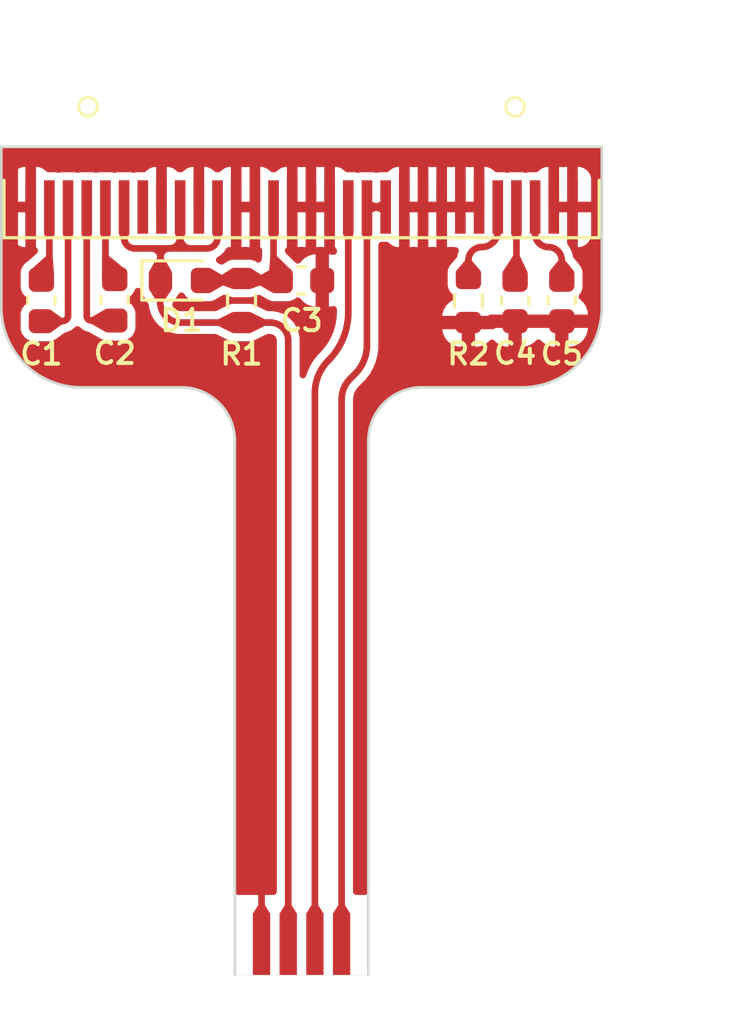
<source format=kicad_pcb>
(kicad_pcb (version 20221018) (generator pcbnew)
  (layers (0 "F.Cu" signal) (31 "B.Cu" signal) (34 "B.Paste" user) (35 "F.Paste" user) (36 "B.SilkS" user "B.Silkscreen") (37 "F.SilkS" user "F.Silkscreen") (38 "B.Mask" user) (39 "F.Mask" user) (44 "Edge.Cuts" user))
  (net 0 "")
  (net 1 "Net-(J1-Pin_3)")
  (net 2 "Net-(J1-Pin_2)")
  (net 3 "Net-(J1-Pin_5)")
  (net 4 "Net-(J1-Pin_4)")
  (net 5 "GND")
  (net 6 "Net-(D1-A)")
  (net 7 "Net-(J1-Pin_27)")
  (net 8 "Net-(J1-Pin_28)")
  (net 9 "+3.3V")
  (net 11 "/SCL")
  (net 12 "/SDA")
  (net 13 "Net-(J1-Pin_26)")
  (footprint "Connector_FFC-FPC_Edge:FFC-FPC_1mm_1x04" (layer "F.Cu") (at 80 73.75)
    (fp_text reference "J2" hide)
    (fp_text value "Conn_01x04_Pin")
    (fp_line (start -2.5 0) (end -2.5 -2.3) (stroke (width 0.01)) (layer "Edge.Cuts"))
    (fp_line (start -2.5 0) (end 2.5 0) (stroke (width 0.01)) (layer "Edge.Cuts"))
    (fp_line (start 2.5 0) (end 2.5 -2.3) (stroke (width 0.01)) (layer "Edge.Cuts"))
    (pad "1" smd rect (at -1.5 -1.15) (size 0.65 2.3) (layers "F.Cu" "F.Paste" "F.Mask") (net 5 "GND"))
    (pad "2" smd roundrect (at -0.5 -1.15) (size 0.65 2.3) (layers "F.Cu" "F.Paste" "F.Mask") (roundrect_rratio 0) (net 9 "+3.3V"))
    (pad "3" smd roundrect (at 0.5 -1.15) (size 0.65 2.3) (layers "F.Cu" "F.Paste" "F.Mask") (roundrect_rratio 0) (net 11 "/SCL"))
    (pad "4" smd roundrect (at 1.5 -1.15) (size 0.65 2.3) (layers "F.Cu" "F.Paste" "F.Mask") (roundrect_rratio 0) (net 12 "/SDA"))
  )
  (footprint "Capacitor_SMD:C_0603_1608Metric" (layer "F.Cu") (at 73 48.475 -90)
    (fp_text reference "C2" (at 2 0 180) (layer "F.SilkS") (effects (font (size 0.8 0.8))))
    (fp_text value "1u" hide)
    (fp_line (start -0.14058 -0.51) (end 0.14058 -0.51) (stroke (width 0.12)) (layer "F.SilkS"))
    (fp_line (start -0.14058 0.51) (end 0.14058 0.51) (stroke (width 0.12)) (layer "F.SilkS"))
    (pad "1" smd roundrect (at -0.775 0 270) (size 0.9 0.95) (layers "F.Cu" "F.Paste" "F.Mask") (net 3 "Net-(J1-Pin_5)"))
    (pad "2" smd roundrect (at 0.775 0 270) (size 0.9 0.95) (layers "F.Cu" "F.Paste" "F.Mask") (net 4 "Net-(J1-Pin_4)"))
  )
  (footprint "Resistor_SMD:R_0603_1608Metric" (layer "F.Cu") (at 77.75 48.5 -90)
    (fp_text reference "R1" (at 2 0 180) (layer "F.SilkS") (effects (font (size 0.8 0.8))))
    (fp_text value "4.7k" hide)
    (fp_line (start -0.237258 -0.5225) (end 0.237258 -0.5225) (stroke (width 0.12)) (layer "F.SilkS"))
    (fp_line (start -0.237258 0.5225) (end 0.237258 0.5225) (stroke (width 0.12)) (layer "F.SilkS"))
    (pad "1" smd roundrect (at -0.825 0 270) (size 0.8 0.95) (layers "F.Cu" "F.Paste" "F.Mask") (net 6 "Net-(D1-A)"))
    (pad "2" smd roundrect (at 0.825 0 270) (size 0.8 0.95) (layers "F.Cu" "F.Paste" "F.Mask") (net 9 "+3.3V"))
  )
  (footprint "Display:OLED-128O064D" (layer "F.Cu") (at 80 45)
    (fp_text reference "J1" hide)
    (fp_text value "Conn_01x30_Socket")
    (fp_line (start -11.15 -1) (end -11.15 1.15) (stroke (width 0.12)) (layer "F.SilkS"))
    (fp_line (start -11.15 1.15) (end 11.15 1.15) (stroke (width 0.12)) (layer "F.SilkS"))
    (fp_line (start 11.15 1.15) (end 11.15 -1) (stroke (width 0.12)) (layer "F.SilkS"))
    (fp_circle (center -8 -3.75) (end -7.65 -3.75) (stroke (width 0.1)) (fill none) (layer "F.SilkS"))
    (fp_circle (center 8 -3.75) (end 8.35 -3.75) (stroke (width 0.1)) (fill none) (layer "F.SilkS"))
    (pad "1" smd rect (at -10.15 0) (size 0.4 2) (layers "F.Cu" "F.Paste" "F.Mask") (net 5 "GND"))
    (pad "2" smd rect (at -9.45 0) (size 0.4 2) (layers "F.Cu" "F.Paste" "F.Mask") (net 2 "Net-(J1-Pin_2)"))
    (pad "3" smd rect (at -8.75 0) (size 0.4 2) (layers "F.Cu" "F.Paste" "F.Mask") (net 1 "Net-(J1-Pin_3)"))
    (pad "4" smd rect (at -8.05 0) (size 0.4 2) (layers "F.Cu" "F.Paste" "F.Mask") (net 4 "Net-(J1-Pin_4)"))
    (pad "5" smd rect (at -7.35 0) (size 0.4 2) (layers "F.Cu" "F.Paste" "F.Mask") (net 3 "Net-(J1-Pin_5)"))
    (pad "6" smd rect (at -6.65 0) (size 0.4 2) (layers "F.Cu" "F.Paste" "F.Mask") (net 9 "+3.3V"))
    (pad "7" smd rect (at -5.95 0) (size 0.4 2) (layers "F.Cu" "F.Paste" "F.Mask"))
    (pad "8" smd rect (at -5.25 0) (size 0.4 2) (layers "F.Cu" "F.Paste" "F.Mask") (net 5 "GND"))
    (pad "9" smd rect (at -4.55 0) (size 0.4 2) (layers "F.Cu" "F.Paste" "F.Mask") (net 9 "+3.3V"))
    (pad "10" smd rect (at -3.85 0) (size 0.4 2) (layers "F.Cu" "F.Paste" "F.Mask") (net 5 "GND"))
    (pad "11" smd rect (at -3.15 0) (size 0.4 2) (layers "F.Cu" "F.Paste" "F.Mask") (net 9 "+3.3V"))
    (pad "12" smd rect (at -2.45 0) (size 0.4 2) (layers "F.Cu" "F.Paste" "F.Mask") (net 5 "GND"))
    (pad "13" smd rect (at -1.75 0) (size 0.4 2) (layers "F.Cu" "F.Paste" "F.Mask") (net 5 "GND"))
    (pad "14" smd rect (at -1.05 0) (size 0.4 2) (layers "F.Cu" "F.Paste" "F.Mask") (net 6 "Net-(D1-A)"))
    (pad "15" smd rect (at -0.35 0) (size 0.4 2) (layers "F.Cu" "F.Paste" "F.Mask") (net 5 "GND"))
    (pad "16" smd rect (at 0.35 0) (size 0.4 2) (layers "F.Cu" "F.Paste" "F.Mask") (net 5 "GND"))
    (pad "17" smd rect (at 1.05 0) (size 0.4 2) (layers "F.Cu" "F.Paste" "F.Mask") (net 5 "GND"))
    (pad "18" smd rect (at 1.75 0) (size 0.4 2) (layers "F.Cu" "F.Paste" "F.Mask") (net 11 "/SCL"))
    (pad "19" smd rect (at 2.45 0) (size 0.4 2) (layers "F.Cu" "F.Paste" "F.Mask") (net 12 "/SDA"))
    (pad "20" smd rect (at 3.15 0) (size 0.4 2) (layers "F.Cu" "F.Paste" "F.Mask") (net 12 "/SDA"))
    (pad "21" smd rect (at 3.85 0) (size 0.4 2) (layers "F.Cu" "F.Paste" "F.Mask") (net 5 "GND"))
    (pad "22" smd rect (at 4.55 0) (size 0.4 2) (layers "F.Cu" "F.Paste" "F.Mask") (net 5 "GND"))
    (pad "23" smd rect (at 5.25 0) (size 0.4 2) (layers "F.Cu" "F.Paste" "F.Mask") (net 5 "GND"))
    (pad "24" smd rect (at 5.95 0) (size 0.4 2) (layers "F.Cu" "F.Paste" "F.Mask") (net 5 "GND"))
    (pad "25" smd rect (at 6.65 0) (size 0.4 2) (layers "F.Cu" "F.Paste" "F.Mask") (net 5 "GND"))
    (pad "26" smd rect (at 7.35 0) (size 0.4 2) (layers "F.Cu" "F.Paste" "F.Mask") (net 13 "Net-(J1-Pin_26)"))
    (pad "27" smd rect (at 8.05 0) (size 0.4 2) (layers "F.Cu" "F.Paste" "F.Mask") (net 7 "Net-(J1-Pin_27)"))
    (pad "28" smd rect (at 8.75 0) (size 0.4 2) (layers "F.Cu" "F.Paste" "F.Mask") (net 8 "Net-(J1-Pin_28)"))
    (pad "29" smd rect (at 9.45 0) (size 0.4 2) (layers "F.Cu" "F.Paste" "F.Mask") (net 5 "GND"))
    (pad "30" smd rect (at 10.15 0) (size 0.4 2) (layers "F.Cu" "F.Paste" "F.Mask") (net 5 "GND"))
  )
  (footprint "Diode_SMD:D_0603_1608Metric" (layer "F.Cu") (at 75.5 47.75)
    (fp_text reference "D1" (at 0 1.5) (layer "F.SilkS") (effects (font (size 0.8 0.8))))
    (fp_text value "D" hide)
    (fp_line (start -1.485 -0.735) (end -1.485 0.735) (stroke (width 0.12)) (layer "F.SilkS"))
    (fp_line (start -1.485 0.735) (end 0.8 0.735) (stroke (width 0.12)) (layer "F.SilkS"))
    (fp_line (start 0.8 -0.735) (end -1.485 -0.735) (stroke (width 0.12)) (layer "F.SilkS"))
    (pad "1" smd roundrect (at -0.7875 0) (size 0.875 0.95) (layers "F.Cu" "F.Paste" "F.Mask") (net 9 "+3.3V"))
    (pad "2" smd roundrect (at 0.7875 0) (size 0.875 0.95) (layers "F.Cu" "F.Paste" "F.Mask") (net 6 "Net-(D1-A)"))
  )
  (footprint "Resistor_SMD:R_0603_1608Metric" (layer "F.Cu") (at 86.25 48.5 90)
    (fp_text reference "R2" (at -2 0 180) (layer "F.SilkS") (effects (font (size 0.8 0.8))))
    (fp_text value "910k" hide)
    (fp_line (start -0.237258 -0.5225) (end 0.237258 -0.5225) (stroke (width 0.12)) (layer "F.SilkS"))
    (fp_line (start -0.237258 0.5225) (end 0.237258 0.5225) (stroke (width 0.12)) (layer "F.SilkS"))
    (pad "1" smd roundrect (at -0.825 0 90) (size 0.8 0.95) (layers "F.Cu" "F.Paste" "F.Mask") (net 5 "GND"))
    (pad "2" smd roundrect (at 0.825 0 90) (size 0.8 0.95) (layers "F.Cu" "F.Paste" "F.Mask") (net 13 "Net-(J1-Pin_26)"))
  )
  (footprint "Capacitor_SMD:C_0603_1608Metric" (layer "F.Cu") (at 89.75 48.5 90)
    (fp_text reference "C5" (at -2 0 180) (layer "F.SilkS") (effects (font (size 0.8 0.8))))
    (fp_text value "2.2u" hide)
    (fp_line (start -0.14058 -0.51) (end 0.14058 -0.51) (stroke (width 0.12)) (layer "F.SilkS"))
    (fp_line (start -0.14058 0.51) (end 0.14058 0.51) (stroke (width 0.12)) (layer "F.SilkS"))
    (pad "1" smd roundrect (at -0.775 0 90) (size 0.9 0.95) (layers "F.Cu" "F.Paste" "F.Mask") (net 5 "GND"))
    (pad "2" smd roundrect (at 0.775 0 90) (size 0.9 0.95) (layers "F.Cu" "F.Paste" "F.Mask") (net 8 "Net-(J1-Pin_28)"))
  )
  (footprint "Capacitor_SMD:C_0603_1608Metric" (layer "F.Cu") (at 88 48.5 90)
    (fp_text reference "C4" (at -1.975 0 180) (layer "F.SilkS") (effects (font (size 0.8 0.8))))
    (fp_text value "4.7u" hide)
    (fp_line (start -0.14058 -0.51) (end 0.14058 -0.51) (stroke (width 0.12)) (layer "F.SilkS"))
    (fp_line (start -0.14058 0.51) (end 0.14058 0.51) (stroke (width 0.12)) (layer "F.SilkS"))
    (pad "1" smd roundrect (at -0.775 0 90) (size 0.9 0.95) (layers "F.Cu" "F.Paste" "F.Mask") (net 5 "GND"))
    (pad "2" smd roundrect (at 0.775 0 90) (size 0.9 0.95) (layers "F.Cu" "F.Paste" "F.Mask") (net 7 "Net-(J1-Pin_27)"))
  )
  (footprint "Capacitor_SMD:C_0603_1608Metric" (layer "F.Cu") (at 70.25 48.5 90)
    (fp_text reference "C1" (at -2 0 180) (layer "F.SilkS") (effects (font (size 0.8 0.8))))
    (fp_text value "1u" hide)
    (fp_line (start -0.14058 -0.51) (end 0.14058 -0.51) (stroke (width 0.12)) (layer "F.SilkS"))
    (fp_line (start -0.14058 0.51) (end 0.14058 0.51) (stroke (width 0.12)) (layer "F.SilkS"))
    (pad "1" smd roundrect (at -0.775 0 90) (size 0.9 0.95) (layers "F.Cu" "F.Paste" "F.Mask") (net 1 "Net-(J1-Pin_3)"))
    (pad "2" smd roundrect (at 0.775 0 90) (size 0.9 0.95) (layers "F.Cu" "F.Paste" "F.Mask") (net 2 "Net-(J1-Pin_2)"))
  )
  (footprint "Capacitor_SMD:C_0603_1608Metric" (layer "F.Cu") (at 80 47.75 180)
    (fp_text reference "C3" (at 0 -1.5) (layer "F.SilkS") (effects (font (size 0.8 0.8))))
    (fp_text value "1u" hide)
    (fp_line (start -0.14058 -0.51) (end 0.14058 -0.51) (stroke (width 0.12)) (layer "F.SilkS"))
    (fp_line (start -0.14058 0.51) (end 0.14058 0.51) (stroke (width 0.12)) (layer "F.SilkS"))
    (pad "1" smd roundrect (at -0.775 0 180) (size 0.9 0.95) (layers "F.Cu" "F.Paste" "F.Mask") (net 5 "GND"))
    (pad "2" smd roundrect (at 0.775 0 180) (size 0.9 0.95) (layers "F.Cu" "F.Paste" "F.Mask") (net 6 "Net-(D1-A)"))
  )
  (gr_line (start 68.75 42.75) (end 68.75 48.75) (stroke (width 0.1)) (layer "Edge.Cuts"))
  (gr_arc (start 82.5 53.75) (mid 83.085786 52.335786) (end 84.5 51.75) (stroke (width 0.1)) (layer "Edge.Cuts"))
  (gr_arc (start 71.75 51.75) (mid 69.62868 50.87132) (end 68.75 48.75) (stroke (width 0.1)) (layer "Edge.Cuts"))
  (gr_line (start 77.5 73.75) (end 77.5 53.75) (stroke (width 0.1)) (layer "Edge.Cuts"))
  (gr_line (start 91.25 42.75) (end 91.25 48.75) (stroke (width 0.1)) (layer "Edge.Cuts"))
  (gr_line (start 68.75 42.75) (end 91.25 42.75) (stroke (width 0.1)) (layer "Edge.Cuts"))
  (gr_arc (start 75.5 51.75) (mid 76.914214 52.335786) (end 77.5 53.75) (stroke (width 0.1)) (layer "Edge.Cuts"))
  (gr_line (start 75.5 51.75) (end 71.75 51.75) (stroke (width 0.1)) (layer "Edge.Cuts"))
  (gr_line (start 82.5 73.75) (end 82.5 53.75) (stroke (width 0.1)) (layer "Edge.Cuts"))
  (gr_line (start 84.5 51.75) (end 88.25 51.75) (stroke (width 0.1)) (layer "Edge.Cuts"))
  (gr_arc (start 91.25 48.75) (mid 90.37132 50.87132) (end 88.25 51.75) (stroke (width 0.1)) (layer "Edge.Cuts"))
  (segment (start 70.25 49.275) (end 71.018934 49.275) (width 0.25) (layer "F.Cu") (net 1))
  (segment (start 71.25 49.07929) (end 71.25 45) (width 0.25) (layer "F.Cu") (net 1))
  (arc (start 71.018934 49.275) (mid 71.116926 49.255508) (end 71.2 49.2) (width 0.25) (layer "F.Cu") (net 1))
  (arc (start 71.2 49.2) (mid 71.237006 49.144618) (end 71.25 49.07929) (width 0.25) (layer "F.Cu") (net 1))
  (segment (start 70.55 45) (end 70.55 47.725) (width 0.25) (layer "F.Cu") (net 2))
  (segment (start 70.373223 47.601776) (end 70.25 47.725) (width 0.25) (layer "F.Cu") (net 2))
  (segment (start 70.55 47.725) (end 70.25 47.725) (width 0.25) (layer "F.Cu") (net 2))
  (segment (start 72.65 47.7) (end 73 47.7) (width 0.25) (layer "F.Cu") (net 3))
  (segment (start 72.809099 47.509099) (end 73 47.7) (width 0.25) (layer "F.Cu") (net 3))
  (segment (start 72.65 45) (end 72.65 47.7) (width 0.25) (layer "F.Cu") (net 3))
  (segment (start 71.95 45) (end 71.95 49.07929) (width 0.25) (layer "F.Cu") (net 4))
  (segment (start 72.12071 49.25) (end 73 49.25) (width 0.25) (layer "F.Cu") (net 4))
  (arc (start 72 49.2) (mid 72.055383 49.237005) (end 72.12071 49.25) (width 0.25) (layer "F.Cu") (net 4))
  (arc (start 71.95 49.07929) (mid 71.962994 49.144618) (end 72 49.2) (width 0.25) (layer "F.Cu") (net 4))
  (segment (start 78.5 72.6) (end 78.5 54) (width 0.25) (layer "F.Cu") (net 5))
  (segment (start 69.85 43.1) (end 69.85 45) (width 0.25) (layer "F.Cu") (net 5))
  (segment (start 69.25 49.277817) (end 69.25 43.25) (width 0.25) (layer "F.Cu") (net 5))
  (segment (start 69.5 43) (end 69.75 43) (width 0.25) (layer "F.Cu") (net 5))
  (segment (start 75.75 51.25) (end 71.222183 51.25) (width 0.25) (layer "F.Cu") (net 5))
  (arc (start 71.222183 51.25) (mid 69.827639 50.672361) (end 69.25 49.277817) (width 0.25) (layer "F.Cu") (net 5))
  (arc (start 78.5 54) (mid 77.694544 52.055456) (end 75.75 51.25) (width 0.25) (layer "F.Cu") (net 5))
  (arc (start 69.25 43.25) (mid 69.323223 43.073223) (end 69.5 43) (width 0.25) (layer "F.Cu") (net 5))
  (arc (start 69.75 43) (mid 69.820711 43.029289) (end 69.85 43.1) (width 0.25) (layer "F.Cu") (net 5))
  (segment (start 78.95 47.75) (end 79.225 47.75) (width 0.25) (layer "F.Cu") (net 6))
  (segment (start 79.225 47.75) (end 77.931066 47.75) (width 0.25) (layer "F.Cu") (net 6))
  (segment (start 78.95 45) (end 78.95 47.75) (width 0.25) (layer "F.Cu") (net 6))
  (segment (start 76.2875 47.75) (end 77.568934 47.75) (width 0.25) (layer "F.Cu") (net 6))
  (arc (start 77.568934 47.75) (mid 77.666926 47.730508) (end 77.75 47.675) (width 0.25) (layer "F.Cu") (net 6))
  (arc (start 77.931066 47.75) (mid 77.833074 47.730508) (end 77.75 47.675) (width 0.25) (layer "F.Cu") (net 6))
  (segment (start 88.05 45) (end 88.05 47.60429) (width 0.25) (layer "F.Cu") (net 7))
  (arc (start 88.05 47.60429) (mid 88.037005 47.669617) (end 88 47.725) (width 0.25) (layer "F.Cu") (net 7))
  (segment (start 88.75 45) (end 88.75 46) (width 0.25) (layer "F.Cu") (net 8))
  (segment (start 89.75 47) (end 89.75 47.725) (width 0.25) (layer "F.Cu") (net 8))
  (arc (start 88.75 46) (mid 88.896447 46.353553) (end 89.25 46.5) (width 0.25) (layer "F.Cu") (net 8))
  (arc (start 89.25 46.5) (mid 89.603553 46.646447) (end 89.75 47) (width 0.25) (layer "F.Cu") (net 8))
  (segment (start 76.85 45) (end 76.85 46.15) (width 0.25) (layer "F.Cu") (net 9))
  (segment (start 78.075 49.325) (end 77.75 49.325) (width 0.25) (layer "F.Cu") (net 9))
  (segment (start 74.375 46.55) (end 75.05 46.55) (width 0.25) (layer "F.Cu") (net 9))
  (segment (start 77.75 49.325) (end 75.475 49.325) (width 0.25) (layer "F.Cu") (net 9))
  (segment (start 77.75 49.325) (end 78.825 49.325) (width 0.25) (layer "F.Cu") (net 9))
  (segment (start 74.7 48.55) (end 74.7 47.7625) (width 0.25) (layer "F.Cu") (net 9))
  (segment (start 76.45 46.55) (end 75.85 46.55) (width 0.25) (layer "F.Cu") (net 9))
  (segment (start 79.5 50.75) (end 79.5 72.6) (width 0.25) (layer "F.Cu") (net 9))
  (segment (start 73.75 46.55) (end 74.375 46.55) (width 0.25) (layer "F.Cu") (net 9))
  (segment (start 74.7125 46.8875) (end 74.7125 47.75) (width 0.25) (layer "F.Cu") (net 9))
  (segment (start 75.85 46.55) (end 75.05 46.55) (width 0.25) (layer "F.Cu") (net 9))
  (segment (start 79.5 50) (end 79.5 50.75) (width 0.25) (layer "F.Cu") (net 9))
  (segment (start 73.35 45) (end 73.35 46.15) (width 0.25) (layer "F.Cu") (net 9))
  (segment (start 75.45 45) (end 75.45 46.15) (width 0.25) (layer "F.Cu") (net 9))
  (arc (start 74.7 47.7625) (mid 74.703661 47.753661) (end 74.7125 47.75) (width 0.25) (layer "F.Cu") (net 9))
  (arc (start 75.45 46.15) (mid 75.332843 46.432843) (end 75.05 46.55) (width 0.25) (layer "F.Cu") (net 9))
  (arc (start 75.45 46.15) (mid 75.567157 46.432843) (end 75.85 46.55) (width 0.25) (layer "F.Cu") (net 9))
  (arc (start 75.05 46.55) (mid 74.811351 46.648851) (end 74.7125 46.8875) (width 0.25) (layer "F.Cu") (net 9))
  (arc (start 73.35 46.15) (mid 73.467157 46.432843) (end 73.75 46.55) (width 0.25) (layer "F.Cu") (net 9))
  (arc (start 75.475 49.325) (mid 74.926992 49.098008) (end 74.7 48.55) (width 0.25) (layer "F.Cu") (net 9))
  (arc (start 76.85 46.15) (mid 76.732843 46.432843) (end 76.45 46.55) (width 0.25) (layer "F.Cu") (net 9))
  (arc (start 78.825 49.325) (mid 79.302297 49.522703) (end 79.5 50) (width 0.25) (layer "F.Cu") (net 9))
  (arc (start 74.375 46.55) (mid 74.613649 46.648851) (end 74.7125 46.8875) (width 0.25) (layer "F.Cu") (net 9))
  (segment (start 81.75 48.93934) (end 81.75 45) (width 0.25) (layer "F.Cu") (net 11))
  (segment (start 80.5 72.6) (end 80.5 51.957106) (width 0.25) (layer "F.Cu") (net 11))
  (arc (start 81 50.75) (mid 81.555081 49.919263) (end 81.75 48.93934) (width 0.25) (layer "F.Cu") (net 11))
  (arc (start 80.5 51.957106) (mid 80.629946 51.303825) (end 81 50.75) (width 0.25) (layer "F.Cu") (net 11))
  (segment (start 82.45 50.163604) (end 82.45 45) (width 0.25) (layer "F.Cu") (net 12))
  (segment (start 81.823223 51.426777) (end 82 51.25) (width 0.25) (layer "F.Cu") (net 12))
  (segment (start 81.5 72.6) (end 81.5 52.207106) (width 0.25) (layer "F.Cu") (net 12))
  (segment (start 83.15 45) (end 82.45 45) (width 0.25) (layer "F.Cu") (net 12))
  (arc (start 82 51.25) (mid 82.333049 50.751558) (end 82.45 50.163604) (width 0.25) (layer "F.Cu") (net 12))
  (arc (start 81.5 52.207106) (mid 81.584003 51.784795) (end 81.823223 51.426777) (width 0.25) (layer "F.Cu") (net 12))
  (segment (start 86.25 47) (end 86.25 47.675) (width 0.25) (layer "F.Cu") (net 13))
  (segment (start 87.35 45) (end 87.35 45.9) (width 0.25) (layer "F.Cu") (net 13))
  (arc (start 86.75 46.5) (mid 86.396447 46.646447) (end 86.25 47) (width 0.25) (layer "F.Cu") (net 13))
  (arc (start 87.35 45.9) (mid 87.174264 46.324264) (end 86.75 46.5) (width 0.25) (layer "F.Cu") (net 13))
  (zone (net 0) (net_name "") (layer "F.Cu") (connect_pads (clearance 0)) (min_thickness 0.25)
    (keepout (tracks not_allowed) (vias not_allowed) (pads not_allowed) (copperpour not_allowed) (footprints allowed))
    (fill (thermal_gap 0.5) (thermal_bridge_width 0.5) (island_removal_mode 1) (island_area_min 10))
    (polygon (pts (xy 82.5 73.75) (xy 77.5 73.75) (xy 77.5 70.75) (xy 82.5 70.75)))
  )
  (zone (net 5) (net_name "GND") (layer "F.Cu") (priority 1) (connect_pads (clearance 0.3)) (min_thickness 0.25) (fill yes (thermal_gap 0.5) (thermal_bridge_width 0.5) (smoothing fillet))
    (polygon (pts (xy 68.75 42.75) (xy 91.25 42.75) (xy 91.25 50) (xy 89.5 51.75) (xy 84.5 51.769062) (xy 82.5 54) (xy 82.5 73.75) (xy 77.5 73.75) (xy 77.5 54) (xy 75.5 51.75) (xy 70.5 51.75) (xy 68.75 50)))
  )
)
</source>
